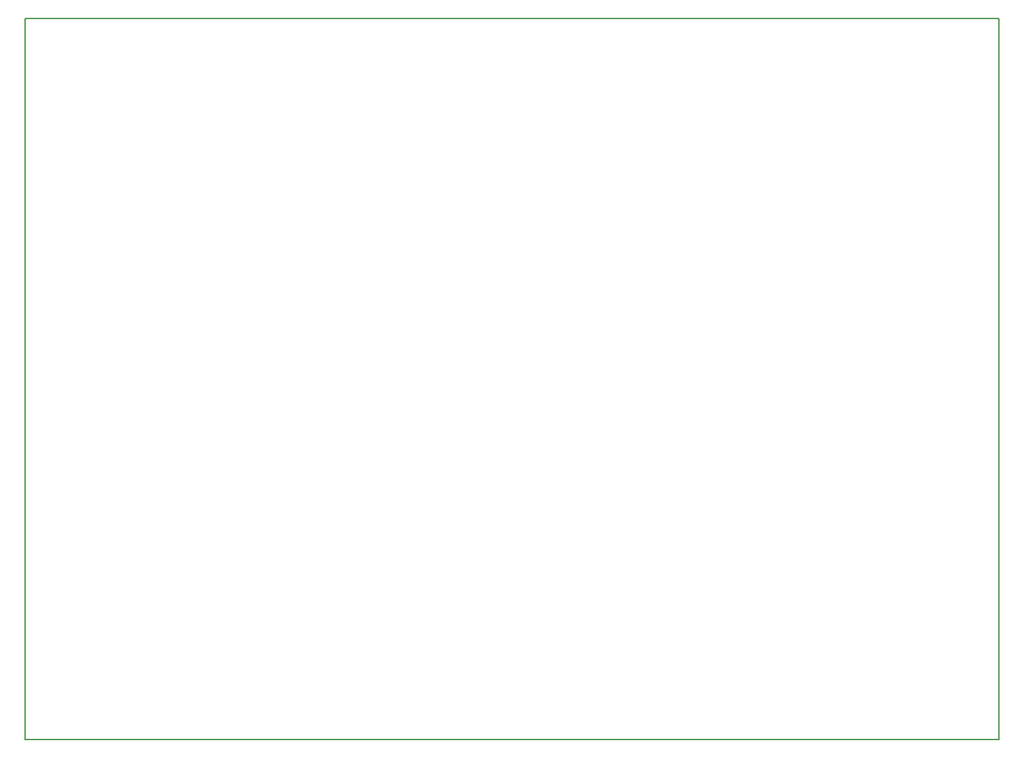
<source format=gbr>
G04 #@! TF.GenerationSoftware,KiCad,Pcbnew,(5.0.1)-4*
G04 #@! TF.CreationDate,2019-04-16T10:01:15-03:00*
G04 #@! TF.ProjectId,Ignitor,49676E69746F722E6B696361645F7063,rev?*
G04 #@! TF.SameCoordinates,Original*
G04 #@! TF.FileFunction,Profile,NP*
%FSLAX46Y46*%
G04 Gerber Fmt 4.6, Leading zero omitted, Abs format (unit mm)*
G04 Created by KiCad (PCBNEW (5.0.1)-4) date 16/04/2019 10:01:15*
%MOMM*%
%LPD*%
G01*
G04 APERTURE LIST*
%ADD10C,0.150000*%
G04 APERTURE END LIST*
D10*
X245000000Y-115000000D02*
X245000000Y-22500000D01*
X245000000Y-22500000D02*
X120000000Y-22500000D01*
X120000000Y-115000000D02*
X245000000Y-115000000D01*
X120000000Y-22500000D02*
X120000000Y-115000000D01*
M02*

</source>
